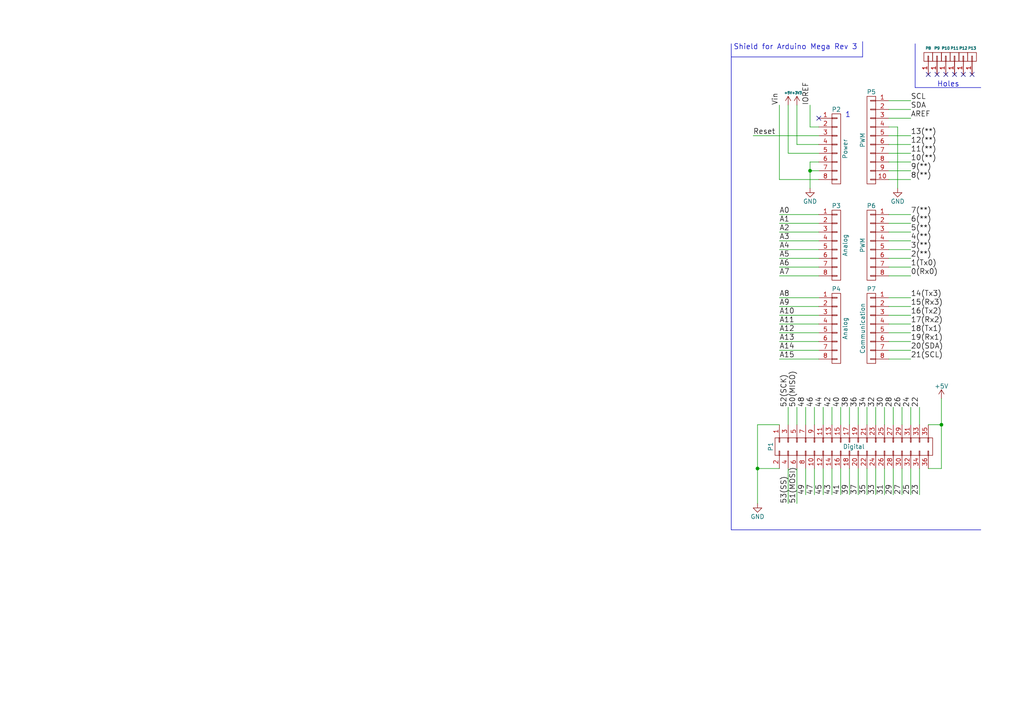
<source format=kicad_sch>
(kicad_sch (version 20230121) (generator eeschema)
  (paper "A4")
  (title_block (date "mar. 31 mars 2015"))
  (lib_symbols
    (symbol "Arduino_Mega-rescue:+3.3V" (power) (pin_names (offset 0))
      (property "Value" "+3.3V" (at 0 3.556 0))
      (symbol "+3.3V_0_1"
        (polyline (pts (xy -0.762 1.27) (xy 0 2.54)))
        (polyline (pts (xy 0 0) (xy 0 2.54)))
        (polyline (pts (xy 0 2.54) (xy 0.762 1.27)))
      )
      (symbol "+3.3V_1_1"
        (pin power_in line (at 0 0 90) (length 0) hide (name "+3V3") (number "1"))
      )
    )
    (symbol "Arduino_Mega-rescue:+5V" (power) (pin_names (offset 0))
      (property "Value" "+5V" (at 0 3.556 0))
      (symbol "+5V_0_1"
        (polyline (pts (xy -0.762 1.27) (xy 0 2.54)))
        (polyline (pts (xy 0 0) (xy 0 2.54)))
        (polyline (pts (xy 0 2.54) (xy 0.762 1.27)))
      )
      (symbol "+5V_1_1"
        (pin power_in line (at 0 0 90) (length 0) hide (name "+5V") (number "1"))
      )
    )
    (symbol "Arduino_Mega-rescue:CONN_01X01" (pin_names (offset 1.016) hide)
      (property "Reference" "P" (at 0 2.54 0))
      (property "Value" "CONN_01X01" (at 2.54 0 90))
      (symbol "CONN_01X01_0_1"
        (rectangle (start -1.27 0.127) (end 0.254 -0.127))
        (rectangle (start -1.27 1.27) (end 1.27 -1.27))
      )
      (symbol "CONN_01X01_1_1"
        (pin passive line (at -5.08 0 0) (length 3.81) (name "P1") (number "1"))
      )
    )
    (symbol "Arduino_Mega-rescue:CONN_01X08" (pin_names (offset 1.016) hide)
      (property "Reference" "P" (at 0 11.43 0))
      (property "Value" "CONN_01X08" (at 2.54 0 90))
      (symbol "CONN_01X08_0_1"
        (rectangle (start -1.27 -10.16) (end 1.27 10.16))
        (rectangle (start -1.27 -8.763) (end 0.254 -9.017))
        (rectangle (start -1.27 -6.223) (end 0.254 -6.477))
        (rectangle (start -1.27 -3.683) (end 0.254 -3.937))
        (rectangle (start -1.27 -1.143) (end 0.254 -1.397))
        (rectangle (start -1.27 1.397) (end 0.254 1.143))
        (rectangle (start -1.27 3.937) (end 0.254 3.683))
        (rectangle (start -1.27 6.477) (end 0.254 6.223))
        (rectangle (start -1.27 9.017) (end 0.254 8.763))
      )
      (symbol "CONN_01X08_1_1"
        (pin passive line (at -5.08 8.89 0) (length 3.81) (name "P1") (number "1"))
        (pin passive line (at -5.08 6.35 0) (length 3.81) (name "P2") (number "2"))
        (pin passive line (at -5.08 3.81 0) (length 3.81) (name "P3") (number "3"))
        (pin passive line (at -5.08 1.27 0) (length 3.81) (name "P4") (number "4"))
        (pin passive line (at -5.08 -1.27 0) (length 3.81) (name "P5") (number "5"))
        (pin passive line (at -5.08 -3.81 0) (length 3.81) (name "P6") (number "6"))
        (pin passive line (at -5.08 -6.35 0) (length 3.81) (name "P7") (number "7"))
        (pin passive line (at -5.08 -8.89 0) (length 3.81) (name "P8") (number "8"))
      )
    )
    (symbol "Arduino_Mega-rescue:CONN_01X10" (pin_names (offset 1.016) hide)
      (property "Reference" "P" (at 0 13.97 0))
      (property "Value" "CONN_01X10" (at 2.54 0 90))
      (symbol "CONN_01X10_0_1"
        (rectangle (start -1.27 -11.303) (end 0.254 -11.557))
        (rectangle (start -1.27 -8.763) (end 0.254 -9.017))
        (rectangle (start -1.27 -6.223) (end 0.254 -6.477))
        (rectangle (start -1.27 -3.683) (end 0.254 -3.937))
        (rectangle (start -1.27 -1.143) (end 0.254 -1.397))
        (rectangle (start -1.27 1.397) (end 0.254 1.143))
        (rectangle (start -1.27 3.937) (end 0.254 3.683))
        (rectangle (start -1.27 6.477) (end 0.254 6.223))
        (rectangle (start -1.27 9.017) (end 0.254 8.763))
        (rectangle (start -1.27 11.557) (end 0.254 11.303))
        (rectangle (start -1.27 12.7) (end 1.27 -12.7))
      )
      (symbol "CONN_01X10_1_1"
        (pin passive line (at -5.08 11.43 0) (length 3.81) (name "P1") (number "1"))
        (pin passive line (at -5.08 -11.43 0) (length 3.81) (name "P10") (number "10"))
        (pin passive line (at -5.08 8.89 0) (length 3.81) (name "P2") (number "2"))
        (pin passive line (at -5.08 6.35 0) (length 3.81) (name "P3") (number "3"))
        (pin passive line (at -5.08 3.81 0) (length 3.81) (name "P4") (number "4"))
        (pin passive line (at -5.08 1.27 0) (length 3.81) (name "P5") (number "5"))
        (pin passive line (at -5.08 -1.27 0) (length 3.81) (name "P6") (number "6"))
        (pin passive line (at -5.08 -3.81 0) (length 3.81) (name "P7") (number "7"))
        (pin passive line (at -5.08 -6.35 0) (length 3.81) (name "P8") (number "8"))
        (pin passive line (at -5.08 -8.89 0) (length 3.81) (name "P9") (number "9"))
      )
    )
    (symbol "Arduino_Mega-rescue:CONN_02X18" (pin_names (offset 0.0254) hide)
      (property "Reference" "P" (at 0 24.13 0))
      (property "Value" "CONN_02X18" (at 0 0 90))
      (symbol "CONN_02X18_0_1"
        (rectangle (start -2.54 -21.463) (end -1.27 -21.717))
        (rectangle (start -2.54 -18.923) (end -1.27 -19.177))
        (rectangle (start -2.54 -16.383) (end -1.27 -16.637))
        (rectangle (start -2.54 -13.843) (end -1.27 -14.097))
        (rectangle (start -2.54 -11.303) (end -1.27 -11.557))
        (rectangle (start -2.54 -8.763) (end -1.27 -9.017))
        (rectangle (start -2.54 -6.223) (end -1.27 -6.477))
        (rectangle (start -2.54 -3.683) (end -1.27 -3.937))
        (rectangle (start -2.54 -1.143) (end -1.27 -1.397))
        (rectangle (start -2.54 1.397) (end -1.27 1.143))
        (rectangle (start -2.54 3.937) (end -1.27 3.683))
        (rectangle (start -2.54 6.477) (end -1.27 6.223))
        (rectangle (start -2.54 9.017) (end -1.27 8.763))
        (rectangle (start -2.54 11.557) (end -1.27 11.303))
        (rectangle (start -2.54 14.097) (end -1.27 13.843))
        (rectangle (start -2.54 16.637) (end -1.27 16.383))
        (rectangle (start -2.54 19.177) (end -1.27 18.923))
        (rectangle (start -2.54 21.717) (end -1.27 21.463))
        (rectangle (start -2.54 22.86) (end 2.54 -22.86))
        (rectangle (start 1.27 -21.463) (end 2.54 -21.717))
        (rectangle (start 1.27 -18.923) (end 2.54 -19.177))
        (rectangle (start 1.27 -16.383) (end 2.54 -16.637))
        (rectangle (start 1.27 -13.843) (end 2.54 -14.097))
        (rectangle (start 1.27 -11.303) (end 2.54 -11.557))
        (rectangle (start 1.27 -8.763) (end 2.54 -9.017))
        (rectangle (start 1.27 -6.223) (end 2.54 -6.477))
        (rectangle (start 1.27 -3.683) (end 2.54 -3.937))
        (rectangle (start 1.27 -1.143) (end 2.54 -1.397))
        (rectangle (start 1.27 1.397) (end 2.54 1.143))
        (rectangle (start 1.27 3.937) (end 2.54 3.683))
        (rectangle (start 1.27 6.477) (end 2.54 6.223))
        (rectangle (start 1.27 9.017) (end 2.54 8.763))
        (rectangle (start 1.27 11.557) (end 2.54 11.303))
        (rectangle (start 1.27 14.097) (end 2.54 13.843))
        (rectangle (start 1.27 16.637) (end 2.54 16.383))
        (rectangle (start 1.27 19.177) (end 2.54 18.923))
        (rectangle (start 1.27 21.717) (end 2.54 21.463))
      )
      (symbol "CONN_02X18_1_1"
        (pin passive line (at -6.35 21.59 0) (length 3.81) (name "P1") (number "1"))
        (pin passive line (at 6.35 11.43 180) (length 3.81) (name "P10") (number "10"))
        (pin passive line (at -6.35 8.89 0) (length 3.81) (name "P11") (number "11"))
        (pin passive line (at 6.35 8.89 180) (length 3.81) (name "P12") (number "12"))
        (pin passive line (at -6.35 6.35 0) (length 3.81) (name "P13") (number "13"))
        (pin passive line (at 6.35 6.35 180) (length 3.81) (name "P14") (number "14"))
        (pin passive line (at -6.35 3.81 0) (length 3.81) (name "P15") (number "15"))
        (pin passive line (at 6.35 3.81 180) (length 3.81) (name "P16") (number "16"))
        (pin passive line (at -6.35 1.27 0) (length 3.81) (name "P17") (number "17"))
        (pin passive line (at 6.35 1.27 180) (length 3.81) (name "P18") (number "18"))
        (pin passive line (at -6.35 -1.27 0) (length 3.81) (name "P19") (number "19"))
        (pin passive line (at 6.35 21.59 180) (length 3.81) (name "P2") (number "2"))
        (pin passive line (at 6.35 -1.27 180) (length 3.81) (name "P20") (number "20"))
        (pin passive line (at -6.35 -3.81 0) (length 3.81) (name "P21") (number "21"))
        (pin passive line (at 6.35 -3.81 180) (length 3.81) (name "P22") (number "22"))
        (pin passive line (at -6.35 -6.35 0) (length 3.81) (name "P23") (number "23"))
        (pin passive line (at 6.35 -6.35 180) (length 3.81) (name "P24") (number "24"))
        (pin passive line (at -6.35 -8.89 0) (length 3.81) (name "P25") (number "25"))
        (pin passive line (at 6.35 -8.89 180) (length 3.81) (name "P26") (number "26"))
        (pin passive line (at -6.35 -11.43 0) (length 3.81) (name "P27") (number "27"))
        (pin passive line (at 6.35 -11.43 180) (length 3.81) (name "P28") (number "28"))
        (pin passive line (at -6.35 -13.97 0) (length 3.81) (name "P29") (number "29"))
        (pin passive line (at -6.35 19.05 0) (length 3.81) (name "P3") (number "3"))
        (pin passive line (at 6.35 -13.97 180) (length 3.81) (name "P30") (number "30"))
        (pin passive line (at -6.35 -16.51 0) (length 3.81) (name "P31") (number "31"))
        (pin passive line (at 6.35 -16.51 180) (length 3.81) (name "P32") (number "32"))
        (pin passive line (at -6.35 -19.05 0) (length 3.81) (name "P33") (number "33"))
        (pin passive line (at 6.35 -19.05 180) (length 3.81) (name "P34") (number "34"))
        (pin passive line (at -6.35 -21.59 0) (length 3.81) (name "P35") (number "35"))
        (pin passive line (at 6.35 -21.59 180) (length 3.81) (name "P36") (number "36"))
        (pin passive line (at 6.35 19.05 180) (length 3.81) (name "P4") (number "4"))
        (pin passive line (at -6.35 16.51 0) (length 3.81) (name "P5") (number "5"))
        (pin passive line (at 6.35 16.51 180) (length 3.81) (name "P6") (number "6"))
        (pin passive line (at -6.35 13.97 0) (length 3.81) (name "P7") (number "7"))
        (pin passive line (at 6.35 13.97 180) (length 3.81) (name "P8") (number "8"))
        (pin passive line (at -6.35 11.43 0) (length 3.81) (name "P9") (number "9"))
      )
    )
    (symbol "Arduino_Mega-rescue:GND" (power) (pin_names (offset 0))
      (property "Value" "GND" (at 0 -3.81 0))
      (symbol "GND_0_1"
        (polyline (pts (xy 0 0) (xy 0 -1.27) (xy 1.27 -1.27) (xy 0 -2.54) (xy -1.27 -1.27) (xy 0 -1.27)))
      )
      (symbol "GND_1_1"
        (pin power_in line (at 0 0 270) (length 0) hide (name "GND") (number "1"))
      )
    )
  )
  (junction (at 273.05 123.19))
  (junction (at 234.95 49.53))
  (junction (at 219.71 135.89))
  (no_connect (at 281.94 21.59))
  (no_connect (at 271.78 21.59))
  (no_connect (at 276.86 21.59))
  (no_connect (at 279.4 21.59))
  (no_connect (at 237.49 34.29))
  (no_connect (at 274.32 21.59))
  (no_connect (at 269.24 21.59))
  (wire (pts (xy 237.49 46.99) (xy 234.95 46.99)))
  (wire (pts (xy 226.06 123.19) (xy 219.71 123.19)))
  (polyline (pts (xy 250.19 16.51) (xy 250.19 12.065)))
  (wire (pts (xy 238.76 123.19) (xy 238.76 118.11)))
  (wire (pts (xy 257.81 52.07) (xy 264.16 52.07)))
  (polyline (pts (xy 284.48 153.67) (xy 212.09 153.67)))
  (wire (pts (xy 254 123.19) (xy 254 118.11)))
  (wire (pts (xy 259.08 135.89) (xy 259.08 143.51)))
  (wire (pts (xy 248.92 123.19) (xy 248.92 118.11)))
  (wire (pts (xy 257.81 93.98) (xy 264.16 93.98)))
  (wire (pts (xy 246.38 123.19) (xy 246.38 118.11)))
  (wire (pts (xy 264.16 41.91) (xy 257.81 41.91)))
  (wire (pts (xy 264.16 72.39) (xy 257.81 72.39)))
  (wire (pts (xy 251.46 123.19) (xy 251.46 118.11)))
  (wire (pts (xy 226.06 135.89) (xy 219.71 135.89)))
  (wire (pts (xy 254 135.89) (xy 254 143.51)))
  (wire (pts (xy 264.16 62.23) (xy 257.81 62.23)))
  (wire (pts (xy 264.16 31.75) (xy 257.81 31.75)))
  (wire (pts (xy 260.35 54.61) (xy 260.35 36.83)))
  (wire (pts (xy 256.54 135.89) (xy 256.54 143.51)))
  (wire (pts (xy 231.14 30.48) (xy 231.14 41.91)))
  (wire (pts (xy 260.35 36.83) (xy 257.81 36.83)))
  (wire (pts (xy 236.22 135.89) (xy 236.22 143.51)))
  (wire (pts (xy 234.95 46.99) (xy 234.95 49.53)))
  (wire (pts (xy 233.68 135.89) (xy 233.68 143.51)))
  (wire (pts (xy 231.14 41.91) (xy 237.49 41.91)))
  (wire (pts (xy 237.49 62.23) (xy 226.06 62.23)))
  (wire (pts (xy 246.38 135.89) (xy 246.38 143.51)))
  (wire (pts (xy 237.49 77.47) (xy 226.06 77.47)))
  (wire (pts (xy 228.6 30.48) (xy 228.6 44.45)))
  (wire (pts (xy 238.76 135.89) (xy 238.76 143.51)))
  (wire (pts (xy 234.95 36.83) (xy 234.95 30.48)))
  (wire (pts (xy 257.81 64.77) (xy 264.16 64.77)))
  (polyline (pts (xy 212.09 16.51) (xy 250.19 16.51)))
  (wire (pts (xy 219.71 135.89) (xy 219.71 146.05)))
  (wire (pts (xy 257.81 34.29) (xy 264.16 34.29)))
  (wire (pts (xy 257.81 74.93) (xy 264.16 74.93)))
  (wire (pts (xy 264.16 101.6) (xy 257.81 101.6)))
  (polyline (pts (xy 284.48 25.4) (xy 265.43 25.4)))
  (wire (pts (xy 226.06 88.9) (xy 237.49 88.9)))
  (wire (pts (xy 226.06 52.07) (xy 226.06 30.48)))
  (wire (pts (xy 228.6 44.45) (xy 237.49 44.45)))
  (wire (pts (xy 226.06 74.93) (xy 237.49 74.93)))
  (wire (pts (xy 241.3 135.89) (xy 241.3 143.51)))
  (wire (pts (xy 266.7 123.19) (xy 266.7 118.11)))
  (wire (pts (xy 264.16 91.44) (xy 257.81 91.44)))
  (wire (pts (xy 257.81 39.37) (xy 264.16 39.37)))
  (wire (pts (xy 219.71 123.19) (xy 219.71 135.89)))
  (wire (pts (xy 226.06 64.77) (xy 237.49 64.77)))
  (wire (pts (xy 264.16 123.19) (xy 264.16 118.11)))
  (wire (pts (xy 259.08 123.19) (xy 259.08 118.11)))
  (wire (pts (xy 257.81 88.9) (xy 264.16 88.9)))
  (wire (pts (xy 257.81 80.01) (xy 264.16 80.01)))
  (wire (pts (xy 266.7 135.89) (xy 266.7 143.51)))
  (wire (pts (xy 226.06 104.14) (xy 237.49 104.14)))
  (wire (pts (xy 243.84 123.19) (xy 243.84 118.11)))
  (wire (pts (xy 256.54 123.19) (xy 256.54 118.11)))
  (wire (pts (xy 273.05 135.89) (xy 269.24 135.89)))
  (wire (pts (xy 257.81 44.45) (xy 264.16 44.45)))
  (wire (pts (xy 241.3 123.19) (xy 241.3 118.11)))
  (wire (pts (xy 257.81 69.85) (xy 264.16 69.85)))
  (wire (pts (xy 273.05 123.19) (xy 269.24 123.19)))
  (wire (pts (xy 237.49 96.52) (xy 226.06 96.52)))
  (wire (pts (xy 237.49 72.39) (xy 226.06 72.39)))
  (wire (pts (xy 237.49 36.83) (xy 234.95 36.83)))
  (wire (pts (xy 257.81 29.21) (xy 264.16 29.21)))
  (polyline (pts (xy 212.09 153.67) (xy 212.09 12.7)))
  (wire (pts (xy 237.49 101.6) (xy 226.06 101.6)))
  (wire (pts (xy 228.6 123.19) (xy 228.6 118.11)))
  (wire (pts (xy 243.84 135.89) (xy 243.84 143.51)))
  (wire (pts (xy 257.81 104.14) (xy 264.16 104.14)))
  (wire (pts (xy 226.06 80.01) (xy 237.49 80.01)))
  (wire (pts (xy 237.49 49.53) (xy 234.95 49.53)))
  (wire (pts (xy 264.16 77.47) (xy 257.81 77.47)))
  (wire (pts (xy 261.62 135.89) (xy 261.62 143.51)))
  (wire (pts (xy 264.16 86.36) (xy 257.81 86.36)))
  (wire (pts (xy 248.92 135.89) (xy 248.92 143.51)))
  (wire (pts (xy 237.49 67.31) (xy 226.06 67.31)))
  (wire (pts (xy 237.49 52.07) (xy 226.06 52.07)))
  (polyline (pts (xy 265.43 25.4) (xy 265.43 12.7)))
  (wire (pts (xy 264.16 135.89) (xy 264.16 143.51)))
  (wire (pts (xy 261.62 123.19) (xy 261.62 118.11)))
  (wire (pts (xy 234.95 49.53) (xy 234.95 54.61)))
  (wire (pts (xy 237.49 91.44) (xy 226.06 91.44)))
  (wire (pts (xy 231.14 123.19) (xy 231.14 118.11)))
  (wire (pts (xy 226.06 93.98) (xy 237.49 93.98)))
  (wire (pts (xy 264.16 96.52) (xy 257.81 96.52)))
  (wire (pts (xy 228.6 135.89) (xy 228.6 146.05)))
  (wire (pts (xy 236.22 123.19) (xy 236.22 118.11)))
  (wire (pts (xy 273.05 115.57) (xy 273.05 123.19)))
  (wire (pts (xy 257.81 46.99) (xy 264.16 46.99)))
  (wire (pts (xy 273.05 123.19) (xy 273.05 135.89)))
  (wire (pts (xy 218.44 39.37) (xy 237.49 39.37)))
  (wire (pts (xy 237.49 86.36) (xy 226.06 86.36)))
  (wire (pts (xy 226.06 69.85) (xy 237.49 69.85)))
  (wire (pts (xy 251.46 135.89) (xy 251.46 143.51)))
  (wire (pts (xy 264.16 49.53) (xy 257.81 49.53)))
  (wire (pts (xy 264.16 67.31) (xy 257.81 67.31)))
  (wire (pts (xy 226.06 99.06) (xy 237.49 99.06)))
  (wire (pts (xy 257.81 99.06) (xy 264.16 99.06)))
  (wire (pts (xy 233.68 123.19) (xy 233.68 118.11)))
  (wire (pts (xy 231.14 135.89) (xy 231.14 146.05)))
  (text "Holes" (at 271.78 25.4 0) (effects (font (size 1.524 1.524)) (justify left bottom)))
  (text "1" (at 245.11 34.29 0) (effects (font (size 1.524 1.524)) (justify left bottom)))
  (text "Shield for Arduino Mega Rev 3" (at 212.725 14.605 0) (effects (font (size 1.524 1.524)) (justify left bottom)))
  (label "A15" (at 226.06 104.14 0) (effects (font (size 1.524 1.524))))
  (label "44" (at 238.76 118.11 90) (effects (font (size 1.524 1.524))))
  (label "31" (at 256.54 143.51 90) (effects (font (size 1.524 1.524))))
  (label "49" (at 233.68 143.51 90) (effects (font (size 1.524 1.524))))
  (label "A1" (at 226.06 64.77 0) (effects (font (size 1.524 1.524))))
  (label "A5" (at 226.06 74.93 0) (effects (font (size 1.524 1.524))))
  (label "36" (at 248.92 118.11 90) (effects (font (size 1.524 1.524))))
  (label "19(Rx1)" (at 264.16 99.06 0) (effects (font (size 1.524 1.524))))
  (label "14(Tx3)" (at 264.16 86.36 0) (effects (font (size 1.524 1.524))))
  (label "48" (at 233.68 118.11 90) (effects (font (size 1.524 1.524))))
  (label "38" (at 246.38 118.11 90) (effects (font (size 1.524 1.524))))
  (label "34" (at 251.46 118.11 90) (effects (font (size 1.524 1.524))))
  (label "A13" (at 226.06 99.06 0) (effects (font (size 1.524 1.524))))
  (label "A9" (at 226.06 88.9 0) (effects (font (size 1.524 1.524))))
  (label "IOREF" (at 234.95 30.48 90) (effects (font (size 1.524 1.524))))
  (label "40" (at 243.84 118.11 90) (effects (font (size 1.524 1.524))))
  (label "A8" (at 226.06 86.36 0) (effects (font (size 1.524 1.524))))
  (label "37" (at 248.92 143.51 90) (effects (font (size 1.524 1.524))))
  (label "A14" (at 226.06 101.6 0) (effects (font (size 1.524 1.524))))
  (label "0(Rx0)" (at 264.16 80.01 0) (effects (font (size 1.524 1.524))))
  (label "21(SCL)" (at 264.16 104.14 0) (effects (font (size 1.524 1.524))))
  (label "7(**)" (at 264.16 62.23 0) (effects (font (size 1.524 1.524))))
  (label "51(MOSI)" (at 231.14 146.05 90) (effects (font (size 1.524 1.524))))
  (label "3(**)" (at 264.16 72.39 0) (effects (font (size 1.524 1.524))))
  (label "53(SS)" (at 228.6 146.05 90) (effects (font (size 1.524 1.524))))
  (label "SCL" (at 264.16 29.21 0) (effects (font (size 1.524 1.524))))
  (label "18(Tx1)" (at 264.16 96.52 0) (effects (font (size 1.524 1.524))))
  (label "45" (at 238.76 143.51 90) (effects (font (size 1.524 1.524))))
  (label "8(**)" (at 264.16 52.07 0) (effects (font (size 1.524 1.524))))
  (label "A12" (at 226.06 96.52 0) (effects (font (size 1.524 1.524))))
  (label "SDA" (at 264.16 31.75 0) (effects (font (size 1.524 1.524))))
  (label "10(**)" (at 264.16 46.99 0) (effects (font (size 1.524 1.524))))
  (label "20(SDA)" (at 264.16 101.6 0) (effects (font (size 1.524 1.524))))
  (label "11(**)" (at 264.16 44.45 0) (effects (font (size 1.524 1.524))))
  (label "4(**)" (at 264.16 69.85 0) (effects (font (size 1.524 1.524))))
  (label "24" (at 264.16 118.11 90) (effects (font (size 1.524 1.524))))
  (label "28" (at 259.08 118.11 90) (effects (font (size 1.524 1.524))))
  (label "AREF" (at 264.16 34.29 0) (effects (font (size 1.524 1.524))))
  (label "41" (at 243.84 143.51 90) (effects (font (size 1.524 1.524))))
  (label "A0" (at 226.06 62.23 0) (effects (font (size 1.524 1.524))))
  (label "32" (at 254 118.11 90) (effects (font (size 1.524 1.524))))
  (label "29" (at 259.08 143.51 90) (effects (font (size 1.524 1.524))))
  (label "A10" (at 226.06 91.44 0) (effects (font (size 1.524 1.524))))
  (label "15(Rx3)" (at 264.16 88.9 0) (effects (font (size 1.524 1.524))))
  (label "39" (at 246.38 143.51 90) (effects (font (size 1.524 1.524))))
  (label "A6" (at 226.06 77.47 0) (effects (font (size 1.524 1.524))))
  (label "22" (at 266.7 118.11 90) (effects (font (size 1.524 1.524))))
  (label "A4" (at 226.06 72.39 0) (effects (font (size 1.524 1.524))))
  (label "A3" (at 226.06 69.85 0) (effects (font (size 1.524 1.524))))
  (label "A7" (at 226.06 80.01 0) (effects (font (size 1.524 1.524))))
  (label "27" (at 261.62 143.51 90) (effects (font (size 1.524 1.524))))
  (label "12(**)" (at 264.16 41.91 0) (effects (font (size 1.524 1.524))))
  (label "25" (at 264.16 143.51 90) (effects (font (size 1.524 1.524))))
  (label "13(**)" (at 264.16 39.37 0) (effects (font (size 1.524 1.524))))
  (label "30" (at 256.54 118.11 90) (effects (font (size 1.524 1.524))))
  (label "Reset" (at 218.44 39.37 0) (effects (font (size 1.524 1.524))))
  (label "23" (at 266.7 143.51 90) (effects (font (size 1.524 1.524))))
  (label "Vin" (at 226.06 30.48 90) (effects (font (size 1.524 1.524))))
  (label "2(**)" (at 264.16 74.93 0) (effects (font (size 1.524 1.524))))
  (label "26" (at 261.62 118.11 90) (effects (font (size 1.524 1.524))))
  (label "6(**)" (at 264.16 64.77 0) (effects (font (size 1.524 1.524))))
  (label "47" (at 236.22 143.51 90) (effects (font (size 1.524 1.524))))
  (label "1(Tx0)" (at 264.16 77.47 0) (effects (font (size 1.524 1.524))))
  (label "9(**)" (at 264.16 49.53 0) (effects (font (size 1.524 1.524))))
  (label "16(Tx2)" (at 264.16 91.44 0) (effects (font (size 1.524 1.524))))
  (label "52(SCK)" (at 228.6 118.11 90) (effects (font (size 1.524 1.524))))
  (label "A2" (at 226.06 67.31 0) (effects (font (size 1.524 1.524))))
  (label "17(Rx2)" (at 264.16 93.98 0) (effects (font (size 1.524 1.524))))
  (label "A11" (at 226.06 93.98 0) (effects (font (size 1.524 1.524))))
  (label "42" (at 241.3 118.11 90) (effects (font (size 1.524 1.524))))
  (label "50(MISO)" (at 231.14 118.11 90) (effects (font (size 1.524 1.524))))
  (label "5(**)" (at 264.16 67.31 0) (effects (font (size 1.524 1.524))))
  (label "46" (at 236.22 118.11 90) (effects (font (size 1.524 1.524))))
  (label "43" (at 241.3 143.51 90) (effects (font (size 1.524 1.524))))
  (label "35" (at 251.46 143.51 90) (effects (font (size 1.524 1.524))))
  (label "33" (at 254 143.51 90) (effects (font (size 1.524 1.524))))
  (symbol (lib_id "Arduino_Mega-rescue:CONN_01X01") (at 269.24 16.51 90) (unit 1)
    (property "Reference" "P8" (at 269.24 13.97 90) (effects (font (size 0.7874 0.7874))))
    (property "Value" "CONN_01X01" (effects hide))
    (property "Footprint" "Socket_Arduino_Mega:Arduino_1pin" (effects hide))
  )
  (symbol (lib_id "Arduino_Mega-rescue:CONN_01X01") (at 271.78 16.51 90) (unit 1)
    (property "Reference" "P9" (at 271.78 13.97 90) (effects (font (size 0.7874 0.7874))))
    (property "Value" "CONN_01X01" (effects hide))
    (property "Footprint" "Socket_Arduino_Mega:Arduino_1pin" (effects hide))
  )
  (symbol (lib_id "Arduino_Mega-rescue:CONN_01X01") (at 274.32 16.51 90) (unit 1)
    (property "Reference" "P10" (at 274.32 13.97 90) (effects (font (size 0.7874 0.7874))))
    (property "Value" "CONN_01X01" (effects hide))
    (property "Footprint" "Socket_Arduino_Mega:Arduino_1pin" (effects hide))
  )
  (symbol (lib_id "Arduino_Mega-rescue:CONN_01X01") (at 276.86 16.51 90) (unit 1)
    (property "Reference" "P11" (at 276.86 13.97 90) (effects (font (size 0.7874 0.7874))))
    (property "Value" "CONN_01X01" (effects hide))
    (property "Footprint" "Socket_Arduino_Mega:Arduino_1pin" (effects hide))
  )
  (symbol (lib_id "Arduino_Mega-rescue:CONN_01X01") (at 279.4 16.51 90) (unit 1)
    (property "Reference" "P12" (at 279.4 13.97 90) (effects (font (size 0.7874 0.7874))))
    (property "Value" "CONN_01X01" (effects hide))
    (property "Footprint" "Socket_Arduino_Mega:Arduino_1pin" (effects hide))
  )
  (symbol (lib_id "Arduino_Mega-rescue:CONN_01X01") (at 281.94 16.51 90) (unit 1)
    (property "Reference" "P13" (at 281.94 13.97 90) (effects (font (size 0.7874 0.7874))))
    (property "Value" "CONN_01X01" (effects hide))
    (property "Footprint" "Socket_Arduino_Mega:Arduino_1pin" (effects hide))
  )
  (symbol (lib_id "Arduino_Mega-rescue:CONN_01X08") (at 242.57 43.18 0) (unit 1)
    (property "Reference" "P2" (at 242.57 31.75 0))
    (property "Value" "Power" (at 245.11 43.18 90))
    (property "Footprint" "Socket_Arduino_Mega:Socket_Strip_Arduino_1x08" (effects hide))
  )
  (symbol (lib_id "Arduino_Mega-rescue:+3.3V") (at 231.14 30.48 0) (unit 1)
    (property "Reference" "#PWR01" (effects hide))
    (property "Value" "+3.3V" (at 231.14 26.924 0) (effects (font (size 0.7112 0.7112))))
  )
  (symbol (lib_id "Arduino_Mega-rescue:+5V") (at 228.6 30.48 0) (unit 1)
    (property "Reference" "#PWR02" (effects hide))
    (property "Value" "+5V" (at 228.6 26.924 0) (effects (font (size 0.7112 0.7112))))
  )
  (symbol (lib_id "Arduino_Mega-rescue:GND") (at 234.95 54.61 0) (unit 1)
    (property "Reference" "#PWR03" (effects hide))
    (property "Value" "GND" (at 234.95 58.42 0))
  )
  (symbol (lib_id "Arduino_Mega-rescue:CONN_01X10") (at 252.73 40.64 0) (mirror y) (unit 1)
    (property "Reference" "P5" (at 252.73 26.67 0))
    (property "Value" "PWM" (at 250.19 40.64 90))
    (property "Footprint" "Socket_Arduino_Mega:Socket_Strip_Arduino_1x10" (effects hide))
  )
  (symbol (lib_id "Arduino_Mega-rescue:GND") (at 260.35 54.61 0) (unit 1)
    (property "Reference" "#PWR04" (effects hide))
    (property "Value" "GND" (at 260.35 58.42 0))
  )
  (symbol (lib_id "Arduino_Mega-rescue:CONN_01X08") (at 242.57 71.12 0) (unit 1)
    (property "Reference" "P3" (at 242.57 59.69 0))
    (property "Value" "Analog" (at 245.11 71.12 90))
    (property "Footprint" "Socket_Arduino_Mega:Socket_Strip_Arduino_1x08" (effects hide))
  )
  (symbol (lib_id "Arduino_Mega-rescue:CONN_01X08") (at 252.73 71.12 0) (mirror y) (unit 1)
    (property "Reference" "P6" (at 252.73 59.69 0))
    (property "Value" "PWM" (at 250.19 71.12 90))
    (property "Footprint" "Socket_Arduino_Mega:Socket_Strip_Arduino_1x08" (effects hide))
  )
  (symbol (lib_id "Arduino_Mega-rescue:CONN_01X08") (at 242.57 95.25 0) (unit 1)
    (property "Reference" "P4" (at 242.57 83.82 0))
    (property "Value" "Analog" (at 245.11 95.25 90))
    (property "Footprint" "Socket_Arduino_Mega:Socket_Strip_Arduino_1x08" (effects hide))
  )
  (symbol (lib_id "Arduino_Mega-rescue:CONN_01X08") (at 252.73 95.25 0) (mirror y) (unit 1)
    (property "Reference" "P7" (at 252.73 83.82 0))
    (property "Value" "Communication" (at 250.19 95.25 90))
    (property "Footprint" "Socket_Arduino_Mega:Socket_Strip_Arduino_1x08" (effects hide))
  )
  (symbol (lib_id "Arduino_Mega-rescue:CONN_02X18") (at 247.65 129.54 90) (mirror x) (unit 1)
    (property "Reference" "P1" (at 223.52 129.54 0))
    (property "Value" "Digital" (at 247.65 129.54 90))
    (property "Footprint" "Socket_Arduino_Mega:Socket_Strip_Arduino_2x18" (effects hide))
  )
  (symbol (lib_id "Arduino_Mega-rescue:GND") (at 219.71 146.05 0) (unit 1)
    (property "Reference" "#PWR05" (effects hide))
    (property "Value" "GND" (at 219.71 149.86 0))
  )
  (symbol (lib_id "Arduino_Mega-rescue:+5V") (at 273.05 115.57 0) (unit 1)
    (property "Reference" "#PWR06" (effects hide))
    (property "Value" "+5V" (at 273.05 112.014 0))
  )
)
</source>
